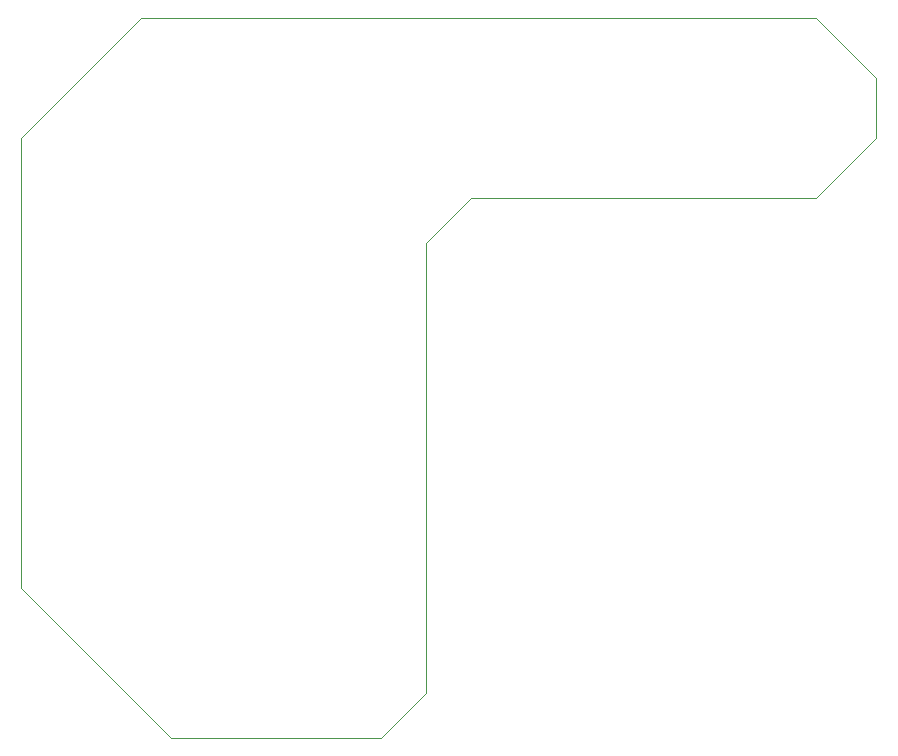
<source format=gbp>
G75*
%MOIN*%
%OFA0B0*%
%FSLAX25Y25*%
%IPPOS*%
%LPD*%
%AMOC8*
5,1,8,0,0,1.08239X$1,22.5*
%
%ADD10C,0.00000*%
D10*
X0051000Y0001000D02*
X0121000Y0001000D01*
X0136000Y0016000D01*
X0136000Y0166000D01*
X0151000Y0181000D01*
X0266000Y0181000D01*
X0286000Y0201000D01*
X0286000Y0221000D01*
X0266000Y0241000D01*
X0041000Y0241000D01*
X0001000Y0201000D01*
X0001000Y0051000D01*
X0051000Y0001000D01*
M02*

</source>
